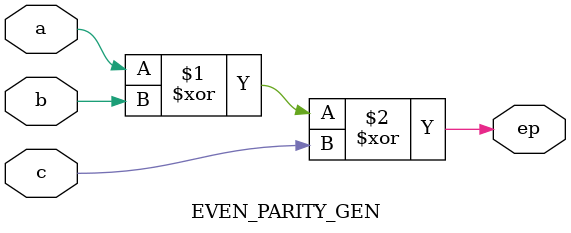
<source format=v>
`timescale 1ns / 1ps


module EVEN_PARITY_GEN(
    input a,
    input b,
    input c,
    output ep
    );
    assign ep = (a^b)^c;;
endmodule

</source>
